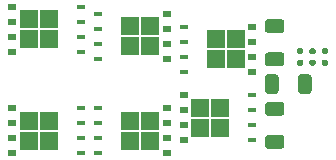
<source format=gbr>
%TF.GenerationSoftware,KiCad,Pcbnew,(5.1.6)-1*%
%TF.CreationDate,2020-12-28T23:38:13-08:00*%
%TF.ProjectId,SinESC-Multi,53696e45-5343-42d4-9d75-6c74692e6b69,2.3C*%
%TF.SameCoordinates,Original*%
%TF.FileFunction,Paste,Bot*%
%TF.FilePolarity,Positive*%
%FSLAX46Y46*%
G04 Gerber Fmt 4.6, Leading zero omitted, Abs format (unit mm)*
G04 Created by KiCad (PCBNEW (5.1.6)-1) date 2020-12-28 23:38:13*
%MOMM*%
%LPD*%
G01*
G04 APERTURE LIST*
%ADD10R,0.750000X0.500000*%
%ADD11R,1.500000X1.500000*%
%ADD12R,0.750000X0.400000*%
G04 APERTURE END LIST*
%TO.C,R12*%
G36*
G01*
X39555600Y-26876000D02*
X40744400Y-26876000D01*
G75*
G02*
X40974000Y-27105600I0J-229600D01*
G01*
X40974000Y-27794400D01*
G75*
G02*
X40744400Y-28024000I-229600J0D01*
G01*
X39555600Y-28024000D01*
G75*
G02*
X39326000Y-27794400I0J229600D01*
G01*
X39326000Y-27105600D01*
G75*
G02*
X39555600Y-26876000I229600J0D01*
G01*
G37*
G36*
G01*
X39555600Y-24076000D02*
X40744400Y-24076000D01*
G75*
G02*
X40974000Y-24305600I0J-229600D01*
G01*
X40974000Y-24994400D01*
G75*
G02*
X40744400Y-25224000I-229600J0D01*
G01*
X39555600Y-25224000D01*
G75*
G02*
X39326000Y-24994400I0J229600D01*
G01*
X39326000Y-24305600D01*
G75*
G02*
X39555600Y-24076000I229600J0D01*
G01*
G37*
%TD*%
%TO.C,C33*%
G36*
G01*
X42153000Y-20491000D02*
X42447000Y-20491000D01*
G75*
G02*
X42569000Y-20613000I0J-122000D01*
G01*
X42569000Y-20857000D01*
G75*
G02*
X42447000Y-20979000I-122000J0D01*
G01*
X42153000Y-20979000D01*
G75*
G02*
X42031000Y-20857000I0J122000D01*
G01*
X42031000Y-20613000D01*
G75*
G02*
X42153000Y-20491000I122000J0D01*
G01*
G37*
G36*
G01*
X42153000Y-19521000D02*
X42447000Y-19521000D01*
G75*
G02*
X42569000Y-19643000I0J-122000D01*
G01*
X42569000Y-19887000D01*
G75*
G02*
X42447000Y-20009000I-122000J0D01*
G01*
X42153000Y-20009000D01*
G75*
G02*
X42031000Y-19887000I0J122000D01*
G01*
X42031000Y-19643000D01*
G75*
G02*
X42153000Y-19521000I122000J0D01*
G01*
G37*
%TD*%
%TO.C,C31*%
G36*
G01*
X43203000Y-20491000D02*
X43497000Y-20491000D01*
G75*
G02*
X43619000Y-20613000I0J-122000D01*
G01*
X43619000Y-20857000D01*
G75*
G02*
X43497000Y-20979000I-122000J0D01*
G01*
X43203000Y-20979000D01*
G75*
G02*
X43081000Y-20857000I0J122000D01*
G01*
X43081000Y-20613000D01*
G75*
G02*
X43203000Y-20491000I122000J0D01*
G01*
G37*
G36*
G01*
X43203000Y-19521000D02*
X43497000Y-19521000D01*
G75*
G02*
X43619000Y-19643000I0J-122000D01*
G01*
X43619000Y-19887000D01*
G75*
G02*
X43497000Y-20009000I-122000J0D01*
G01*
X43203000Y-20009000D01*
G75*
G02*
X43081000Y-19887000I0J122000D01*
G01*
X43081000Y-19643000D01*
G75*
G02*
X43203000Y-19521000I122000J0D01*
G01*
G37*
%TD*%
%TO.C,C32*%
G36*
G01*
X44253000Y-20491000D02*
X44547000Y-20491000D01*
G75*
G02*
X44669000Y-20613000I0J-122000D01*
G01*
X44669000Y-20857000D01*
G75*
G02*
X44547000Y-20979000I-122000J0D01*
G01*
X44253000Y-20979000D01*
G75*
G02*
X44131000Y-20857000I0J122000D01*
G01*
X44131000Y-20613000D01*
G75*
G02*
X44253000Y-20491000I122000J0D01*
G01*
G37*
G36*
G01*
X44253000Y-19521000D02*
X44547000Y-19521000D01*
G75*
G02*
X44669000Y-19643000I0J-122000D01*
G01*
X44669000Y-19887000D01*
G75*
G02*
X44547000Y-20009000I-122000J0D01*
G01*
X44253000Y-20009000D01*
G75*
G02*
X44131000Y-19887000I0J122000D01*
G01*
X44131000Y-19643000D01*
G75*
G02*
X44253000Y-19521000I122000J0D01*
G01*
G37*
%TD*%
D10*
%TO.C,Q3*%
X38255000Y-17695000D03*
X38255000Y-18965000D03*
X38255000Y-20235000D03*
X38255000Y-21505000D03*
D11*
X35150000Y-18750000D03*
X35150000Y-20450000D03*
X36850000Y-18750000D03*
X36850000Y-20450000D03*
D12*
X32450000Y-17695000D03*
X32450000Y-18965000D03*
X32450000Y-20235000D03*
X32450000Y-21505000D03*
%TD*%
D10*
%TO.C,Q1*%
X31005000Y-16595000D03*
X31005000Y-17865000D03*
X31005000Y-19135000D03*
X31005000Y-20405000D03*
D11*
X27900000Y-17650000D03*
X27900000Y-19350000D03*
X29600000Y-17650000D03*
X29600000Y-19350000D03*
D12*
X25200000Y-16595000D03*
X25200000Y-17865000D03*
X25200000Y-19135000D03*
X25200000Y-20405000D03*
%TD*%
D10*
%TO.C,Q2*%
X17945000Y-19805000D03*
X17945000Y-18535000D03*
X17945000Y-17265000D03*
X17945000Y-15995000D03*
D11*
X21050000Y-18750000D03*
X21050000Y-17050000D03*
X19350000Y-18750000D03*
X19350000Y-17050000D03*
D12*
X23750000Y-19805000D03*
X23750000Y-18535000D03*
X23750000Y-17265000D03*
X23750000Y-15995000D03*
%TD*%
D10*
%TO.C,Q4*%
X32445000Y-27305000D03*
X32445000Y-26035000D03*
X32445000Y-24765000D03*
X32445000Y-23495000D03*
D11*
X35550000Y-26250000D03*
X35550000Y-24550000D03*
X33850000Y-26250000D03*
X33850000Y-24550000D03*
D12*
X38250000Y-27305000D03*
X38250000Y-26035000D03*
X38250000Y-24765000D03*
X38250000Y-23495000D03*
%TD*%
D10*
%TO.C,Q5*%
X31005000Y-24595000D03*
X31005000Y-25865000D03*
X31005000Y-27135000D03*
X31005000Y-28405000D03*
D11*
X27900000Y-25650000D03*
X27900000Y-27350000D03*
X29600000Y-25650000D03*
X29600000Y-27350000D03*
D12*
X25200000Y-24595000D03*
X25200000Y-25865000D03*
X25200000Y-27135000D03*
X25200000Y-28405000D03*
%TD*%
D10*
%TO.C,Q6*%
X17945000Y-28405000D03*
X17945000Y-27135000D03*
X17945000Y-25865000D03*
X17945000Y-24595000D03*
D11*
X21050000Y-27350000D03*
X21050000Y-25650000D03*
X19350000Y-27350000D03*
X19350000Y-25650000D03*
D12*
X23750000Y-28405000D03*
X23750000Y-27135000D03*
X23750000Y-25865000D03*
X23750000Y-24595000D03*
%TD*%
%TO.C,R3*%
G36*
G01*
X40744400Y-18224000D02*
X39555600Y-18224000D01*
G75*
G02*
X39326000Y-17994400I0J229600D01*
G01*
X39326000Y-17305600D01*
G75*
G02*
X39555600Y-17076000I229600J0D01*
G01*
X40744400Y-17076000D01*
G75*
G02*
X40974000Y-17305600I0J-229600D01*
G01*
X40974000Y-17994400D01*
G75*
G02*
X40744400Y-18224000I-229600J0D01*
G01*
G37*
G36*
G01*
X40744400Y-21024000D02*
X39555600Y-21024000D01*
G75*
G02*
X39326000Y-20794400I0J229600D01*
G01*
X39326000Y-20105600D01*
G75*
G02*
X39555600Y-19876000I229600J0D01*
G01*
X40744400Y-19876000D01*
G75*
G02*
X40974000Y-20105600I0J-229600D01*
G01*
X40974000Y-20794400D01*
G75*
G02*
X40744400Y-21024000I-229600J0D01*
G01*
G37*
%TD*%
%TO.C,R7*%
G36*
G01*
X40474000Y-21955600D02*
X40474000Y-23144400D01*
G75*
G02*
X40244400Y-23374000I-229600J0D01*
G01*
X39555600Y-23374000D01*
G75*
G02*
X39326000Y-23144400I0J229600D01*
G01*
X39326000Y-21955600D01*
G75*
G02*
X39555600Y-21726000I229600J0D01*
G01*
X40244400Y-21726000D01*
G75*
G02*
X40474000Y-21955600I0J-229600D01*
G01*
G37*
G36*
G01*
X43274000Y-21955600D02*
X43274000Y-23144400D01*
G75*
G02*
X43044400Y-23374000I-229600J0D01*
G01*
X42355600Y-23374000D01*
G75*
G02*
X42126000Y-23144400I0J229600D01*
G01*
X42126000Y-21955600D01*
G75*
G02*
X42355600Y-21726000I229600J0D01*
G01*
X43044400Y-21726000D01*
G75*
G02*
X43274000Y-21955600I0J-229600D01*
G01*
G37*
%TD*%
M02*

</source>
